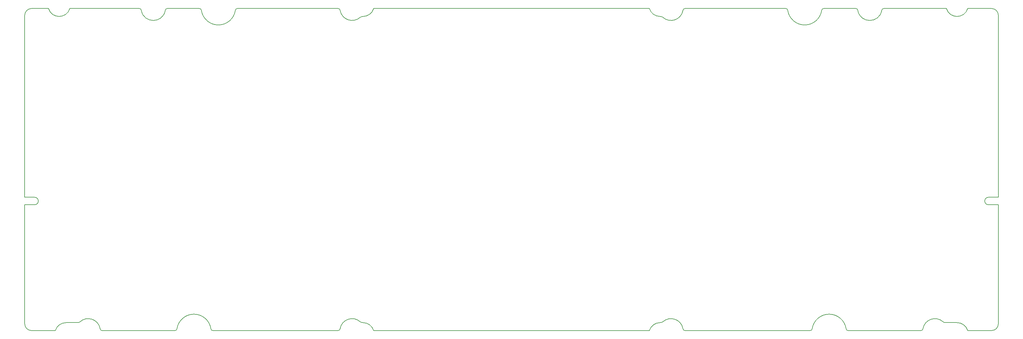
<source format=gbr>
%TF.GenerationSoftware,KiCad,Pcbnew,(6.0.10)*%
%TF.CreationDate,2023-01-19T12:44:57+01:00*%
%TF.ProjectId,SST60,53535436-302e-46b6-9963-61645f706362,0.1*%
%TF.SameCoordinates,Original*%
%TF.FileFunction,Profile,NP*%
%FSLAX46Y46*%
G04 Gerber Fmt 4.6, Leading zero omitted, Abs format (unit mm)*
G04 Created by KiCad (PCBNEW (6.0.10)) date 2023-01-19 12:44:57*
%MOMM*%
%LPD*%
G01*
G04 APERTURE LIST*
%TA.AperFunction,Profile*%
%ADD10C,0.200000*%
%TD*%
G04 APERTURE END LIST*
D10*
%TO.C,H1*%
X275303015Y-40212507D02*
X265880011Y-40212507D01*
X87271010Y-134412500D02*
X123929007Y-134412500D01*
X218050009Y-132087499D02*
X218318014Y-132087499D01*
X54897005Y-134412500D02*
X76241003Y-134412500D01*
X32275008Y-95412496D02*
X35168005Y-95412496D01*
X44350008Y-132087499D02*
X47925005Y-132087499D01*
X130930014Y-132087499D02*
X131200003Y-132087499D01*
X316975012Y-97612500D02*
X314082007Y-97612500D01*
X314082007Y-95412496D02*
X316975012Y-95412496D01*
X308015997Y-134412500D02*
X314975012Y-134412500D01*
X225321005Y-134412500D02*
X261979010Y-134412500D01*
X39234007Y-40212507D02*
X34275008Y-40212507D01*
X254820013Y-40212507D02*
X225321005Y-40212507D01*
X65805006Y-40212507D02*
X45466006Y-40212507D01*
X301784003Y-40212507D02*
X283445013Y-40212507D01*
X218304007Y-42537504D02*
X218050009Y-42537504D01*
X314975012Y-40212507D02*
X308015997Y-40212507D01*
X32275008Y-42212507D02*
X32275008Y-95412496D01*
X273009009Y-134412500D02*
X294353003Y-134412500D01*
X134316000Y-134412500D02*
X214934012Y-134412500D01*
X316975012Y-132412500D02*
X316975012Y-97612500D01*
X214934012Y-40212507D02*
X134316000Y-40212507D01*
X34275008Y-134412500D02*
X41234007Y-134412500D01*
X131200003Y-42537504D02*
X130974005Y-42537504D01*
X83370009Y-40212507D02*
X73947005Y-40212507D01*
X35168005Y-97612500D02*
X32275008Y-97612500D01*
X301442999Y-132087499D02*
X304900000Y-132087499D01*
X123929007Y-40212507D02*
X94430006Y-40212507D01*
X316975012Y-95412496D02*
X316975012Y-42212507D01*
X32275008Y-97612500D02*
X32275008Y-132412500D01*
X134316000Y-134412500D02*
G75*
G03*
X131200003Y-132087499I-3115094J-924340D01*
G01*
X300797001Y-131819499D02*
G75*
G03*
X294924017Y-133841501I-2372251J-2649861D01*
G01*
X314082007Y-95412500D02*
G75*
G03*
X314082007Y-97612500I-7J-1100000D01*
G01*
X261979010Y-134412510D02*
G75*
G03*
X262535010Y-133856500I-510J556510D01*
G01*
X300796997Y-131819503D02*
G75*
G03*
X301442999Y-132087499I647003J647003D01*
G01*
X255391013Y-40783506D02*
G75*
G03*
X265308997Y-40783506I4958992J770504D01*
G01*
X214934033Y-40212501D02*
G75*
G03*
X218050009Y-42537504I3115067J924301D01*
G01*
X86715009Y-133856500D02*
G75*
G03*
X76797011Y-133856500I-4958999J-770498D01*
G01*
X272453010Y-133856500D02*
G75*
G03*
X262535010Y-133856500I-4959000J-770497D01*
G01*
X83941007Y-40783506D02*
G75*
G03*
X93859007Y-40783506I4959000J770510D01*
G01*
X124500006Y-40783506D02*
G75*
G03*
X130410010Y-42771497I3500403J627401D01*
G01*
X54326006Y-133841501D02*
G75*
G03*
X48359007Y-131907499I-3499969J-626468D01*
G01*
X218817032Y-42749469D02*
G75*
G03*
X218304007Y-42537504I-511732J-511731D01*
G01*
X34275008Y-40212507D02*
G75*
G03*
X32275008Y-42212507I723J-2000723D01*
G01*
X76241003Y-134412500D02*
G75*
G03*
X76797011Y-133856500I-518J556526D01*
G01*
X314975012Y-134412512D02*
G75*
G03*
X316975012Y-132412500I-712J2000712D01*
G01*
X123929007Y-134412500D02*
G75*
G03*
X124500006Y-133841501I824J570175D01*
G01*
X294353003Y-134412517D02*
G75*
G03*
X294924017Y-133841501I797J570217D01*
G01*
X66376005Y-40783506D02*
G75*
G03*
X65805006Y-40212507I-570161J838D01*
G01*
X44350008Y-132087499D02*
G75*
G03*
X41234007Y-134412500I-899J-3249351D01*
G01*
X308016036Y-134412489D02*
G75*
G03*
X304900000Y-132087499I-3115136J-924411D01*
G01*
X275873999Y-40783506D02*
G75*
G03*
X282873999Y-40783506I3500000J626656D01*
G01*
X73947005Y-40212507D02*
G75*
G03*
X73376005Y-40783506I-839J-570161D01*
G01*
X316974993Y-42212507D02*
G75*
G03*
X314975012Y-40212507I-2000693J-693D01*
G01*
X224750000Y-133841501D02*
G75*
G03*
X225321005Y-134412500I570200J-799D01*
G01*
X86715010Y-133856500D02*
G75*
G03*
X87271010Y-134412500I556511J511D01*
G01*
X32275008Y-132412500D02*
G75*
G03*
X34275008Y-134412500I2000729J729D01*
G01*
X218817008Y-42749493D02*
G75*
G03*
X224750006Y-40783506I2432972J2593083D01*
G01*
X225321005Y-40212506D02*
G75*
G03*
X224750006Y-40783506I-805J-570194D01*
G01*
X66376005Y-40783506D02*
G75*
G03*
X73376005Y-40783506I3500000J626656D01*
G01*
X218318014Y-132087518D02*
G75*
G03*
X218807013Y-131884500I-2614J696718D01*
G01*
X130445013Y-131886499D02*
G75*
G03*
X130930014Y-132087499I484827J484219D01*
G01*
X47925005Y-132087499D02*
G75*
G03*
X48359007Y-131907499I-858J615285D01*
G01*
X218050009Y-132087503D02*
G75*
G03*
X214934012Y-134412500I-959J-3249267D01*
G01*
X35168005Y-97612500D02*
G75*
G03*
X35168005Y-95412496I1J1100002D01*
G01*
X283445013Y-40212499D02*
G75*
G03*
X282873999Y-40783506I-813J-570201D01*
G01*
X131200003Y-42537505D02*
G75*
G03*
X134316000Y-40212507I891J3249358D01*
G01*
X265880011Y-40212497D02*
G75*
G03*
X265308997Y-40783506I-811J-570203D01*
G01*
X83941008Y-40783506D02*
G75*
G03*
X83370009Y-40212507I-570161J838D01*
G01*
X255390993Y-40783506D02*
G75*
G03*
X254820013Y-40212507I-570193J806D01*
G01*
X272453000Y-133856500D02*
G75*
G03*
X273009009Y-134412500I556500J500D01*
G01*
X275873993Y-40783506D02*
G75*
G03*
X275303015Y-40212507I-569993J1006D01*
G01*
X124500006Y-40783506D02*
G75*
G03*
X123929007Y-40212507I-570161J838D01*
G01*
X94430006Y-40212507D02*
G75*
G03*
X93859007Y-40783506I-838J-570161D01*
G01*
X39234007Y-40212507D02*
G75*
G03*
X45466006Y-40212507I3115999J925560D01*
G01*
X54326006Y-133841501D02*
G75*
G03*
X54897005Y-134412500I570175J-824D01*
G01*
X301784003Y-40212507D02*
G75*
G03*
X308015997Y-40212507I3115997J925555D01*
G01*
X224749970Y-133841507D02*
G75*
G03*
X218807013Y-131884500I-3499870J-626093D01*
G01*
X130445013Y-131886499D02*
G75*
G03*
X124500006Y-133841501I-2444801J-2582202D01*
G01*
X130974005Y-42537504D02*
G75*
G03*
X130410010Y-42771497I1388J-800042D01*
G01*
%TD*%
M02*

</source>
